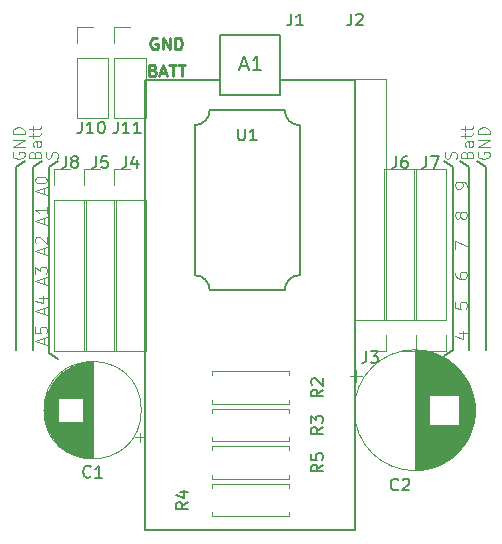
<source format=gto>
G04 #@! TF.GenerationSoftware,KiCad,Pcbnew,(5.0.0)*
G04 #@! TF.CreationDate,2020-01-07T10:02:11+01:00*
G04 #@! TF.ProjectId,Pacifistabot-ESP-01s,506163696669737461626F742D455350,rev?*
G04 #@! TF.SameCoordinates,Original*
G04 #@! TF.FileFunction,Legend,Top*
G04 #@! TF.FilePolarity,Positive*
%FSLAX46Y46*%
G04 Gerber Fmt 4.6, Leading zero omitted, Abs format (unit mm)*
G04 Created by KiCad (PCBNEW (5.0.0)) date 01/07/20 10:02:11*
%MOMM*%
%LPD*%
G01*
G04 APERTURE LIST*
%ADD10C,0.125000*%
%ADD11C,0.200000*%
%ADD12C,0.250000*%
%ADD13C,0.150000*%
%ADD14C,0.120000*%
G04 APERTURE END LIST*
D10*
X105672000Y-107695904D02*
X105624380Y-107791142D01*
X105624380Y-107934000D01*
X105672000Y-108076857D01*
X105767238Y-108172095D01*
X105862476Y-108219714D01*
X106052952Y-108267333D01*
X106195809Y-108267333D01*
X106386285Y-108219714D01*
X106481523Y-108172095D01*
X106576761Y-108076857D01*
X106624380Y-107934000D01*
X106624380Y-107838761D01*
X106576761Y-107695904D01*
X106529142Y-107648285D01*
X106195809Y-107648285D01*
X106195809Y-107838761D01*
X106624380Y-107219714D02*
X105624380Y-107219714D01*
X106624380Y-106648285D01*
X105624380Y-106648285D01*
X106624380Y-106172095D02*
X105624380Y-106172095D01*
X105624380Y-105934000D01*
X105672000Y-105791142D01*
X105767238Y-105695904D01*
X105862476Y-105648285D01*
X106052952Y-105600666D01*
X106195809Y-105600666D01*
X106386285Y-105648285D01*
X106481523Y-105695904D01*
X106576761Y-105791142D01*
X106624380Y-105934000D01*
X106624380Y-106172095D01*
X104703571Y-107886380D02*
X104751190Y-107743523D01*
X104798809Y-107695904D01*
X104894047Y-107648285D01*
X105036904Y-107648285D01*
X105132142Y-107695904D01*
X105179761Y-107743523D01*
X105227380Y-107838761D01*
X105227380Y-108219714D01*
X104227380Y-108219714D01*
X104227380Y-107886380D01*
X104275000Y-107791142D01*
X104322619Y-107743523D01*
X104417857Y-107695904D01*
X104513095Y-107695904D01*
X104608333Y-107743523D01*
X104655952Y-107791142D01*
X104703571Y-107886380D01*
X104703571Y-108219714D01*
X105227380Y-106791142D02*
X104703571Y-106791142D01*
X104608333Y-106838761D01*
X104560714Y-106934000D01*
X104560714Y-107124476D01*
X104608333Y-107219714D01*
X105179761Y-106791142D02*
X105227380Y-106886380D01*
X105227380Y-107124476D01*
X105179761Y-107219714D01*
X105084523Y-107267333D01*
X104989285Y-107267333D01*
X104894047Y-107219714D01*
X104846428Y-107124476D01*
X104846428Y-106886380D01*
X104798809Y-106791142D01*
X104560714Y-106457809D02*
X104560714Y-106076857D01*
X104227380Y-106314952D02*
X105084523Y-106314952D01*
X105179761Y-106267333D01*
X105227380Y-106172095D01*
X105227380Y-106076857D01*
X104560714Y-105886380D02*
X104560714Y-105505428D01*
X104227380Y-105743523D02*
X105084523Y-105743523D01*
X105179761Y-105695904D01*
X105227380Y-105600666D01*
X105227380Y-105505428D01*
X103782761Y-108235714D02*
X103830380Y-108092857D01*
X103830380Y-107854761D01*
X103782761Y-107759523D01*
X103735142Y-107711904D01*
X103639904Y-107664285D01*
X103544666Y-107664285D01*
X103449428Y-107711904D01*
X103401809Y-107759523D01*
X103354190Y-107854761D01*
X103306571Y-108045238D01*
X103258952Y-108140476D01*
X103211333Y-108188095D01*
X103116095Y-108235714D01*
X103020857Y-108235714D01*
X102925619Y-108188095D01*
X102878000Y-108140476D01*
X102830380Y-108045238D01*
X102830380Y-107807142D01*
X102878000Y-107664285D01*
D11*
X106299000Y-108966000D02*
X106299000Y-124460000D01*
X105537000Y-108458000D02*
X106299000Y-108966000D01*
X104140000Y-108458000D02*
X104902000Y-108966000D01*
X104902000Y-108966000D02*
X104902000Y-124460000D01*
D10*
X104052714Y-122999523D02*
X104719380Y-122999523D01*
X103671761Y-123237619D02*
X104386047Y-123475714D01*
X104386047Y-122856666D01*
X103719380Y-120411904D02*
X103719380Y-120888095D01*
X104195571Y-120935714D01*
X104147952Y-120888095D01*
X104100333Y-120792857D01*
X104100333Y-120554761D01*
X104147952Y-120459523D01*
X104195571Y-120411904D01*
X104290809Y-120364285D01*
X104528904Y-120364285D01*
X104624142Y-120411904D01*
X104671761Y-120459523D01*
X104719380Y-120554761D01*
X104719380Y-120792857D01*
X104671761Y-120888095D01*
X104624142Y-120935714D01*
X103719380Y-117919523D02*
X103719380Y-118110000D01*
X103767000Y-118205238D01*
X103814619Y-118252857D01*
X103957476Y-118348095D01*
X104147952Y-118395714D01*
X104528904Y-118395714D01*
X104624142Y-118348095D01*
X104671761Y-118300476D01*
X104719380Y-118205238D01*
X104719380Y-118014761D01*
X104671761Y-117919523D01*
X104624142Y-117871904D01*
X104528904Y-117824285D01*
X104290809Y-117824285D01*
X104195571Y-117871904D01*
X104147952Y-117919523D01*
X104100333Y-118014761D01*
X104100333Y-118205238D01*
X104147952Y-118300476D01*
X104195571Y-118348095D01*
X104290809Y-118395714D01*
X103719380Y-115903333D02*
X103719380Y-115236666D01*
X104719380Y-115665238D01*
X104147952Y-113125238D02*
X104100333Y-113220476D01*
X104052714Y-113268095D01*
X103957476Y-113315714D01*
X103909857Y-113315714D01*
X103814619Y-113268095D01*
X103767000Y-113220476D01*
X103719380Y-113125238D01*
X103719380Y-112934761D01*
X103767000Y-112839523D01*
X103814619Y-112791904D01*
X103909857Y-112744285D01*
X103957476Y-112744285D01*
X104052714Y-112791904D01*
X104100333Y-112839523D01*
X104147952Y-112934761D01*
X104147952Y-113125238D01*
X104195571Y-113220476D01*
X104243190Y-113268095D01*
X104338428Y-113315714D01*
X104528904Y-113315714D01*
X104624142Y-113268095D01*
X104671761Y-113220476D01*
X104719380Y-113125238D01*
X104719380Y-112934761D01*
X104671761Y-112839523D01*
X104624142Y-112791904D01*
X104528904Y-112744285D01*
X104338428Y-112744285D01*
X104243190Y-112791904D01*
X104195571Y-112839523D01*
X104147952Y-112934761D01*
X104719380Y-110680476D02*
X104719380Y-110490000D01*
X104671761Y-110394761D01*
X104624142Y-110347142D01*
X104481285Y-110251904D01*
X104290809Y-110204285D01*
X103909857Y-110204285D01*
X103814619Y-110251904D01*
X103767000Y-110299523D01*
X103719380Y-110394761D01*
X103719380Y-110585238D01*
X103767000Y-110680476D01*
X103814619Y-110728095D01*
X103909857Y-110775714D01*
X104147952Y-110775714D01*
X104243190Y-110728095D01*
X104290809Y-110680476D01*
X104338428Y-110585238D01*
X104338428Y-110394761D01*
X104290809Y-110299523D01*
X104243190Y-110251904D01*
X104147952Y-110204285D01*
D11*
X102743000Y-108458000D02*
X103505000Y-108966000D01*
X103505000Y-108966000D02*
X103505000Y-124460000D01*
X103505000Y-124460000D02*
X102743000Y-124968000D01*
D10*
X66302000Y-107695904D02*
X66254380Y-107791142D01*
X66254380Y-107934000D01*
X66302000Y-108076857D01*
X66397238Y-108172095D01*
X66492476Y-108219714D01*
X66682952Y-108267333D01*
X66825809Y-108267333D01*
X67016285Y-108219714D01*
X67111523Y-108172095D01*
X67206761Y-108076857D01*
X67254380Y-107934000D01*
X67254380Y-107838761D01*
X67206761Y-107695904D01*
X67159142Y-107648285D01*
X66825809Y-107648285D01*
X66825809Y-107838761D01*
X67254380Y-107219714D02*
X66254380Y-107219714D01*
X67254380Y-106648285D01*
X66254380Y-106648285D01*
X67254380Y-106172095D02*
X66254380Y-106172095D01*
X66254380Y-105934000D01*
X66302000Y-105791142D01*
X66397238Y-105695904D01*
X66492476Y-105648285D01*
X66682952Y-105600666D01*
X66825809Y-105600666D01*
X67016285Y-105648285D01*
X67111523Y-105695904D01*
X67206761Y-105791142D01*
X67254380Y-105934000D01*
X67254380Y-106172095D01*
X68127571Y-107886380D02*
X68175190Y-107743523D01*
X68222809Y-107695904D01*
X68318047Y-107648285D01*
X68460904Y-107648285D01*
X68556142Y-107695904D01*
X68603761Y-107743523D01*
X68651380Y-107838761D01*
X68651380Y-108219714D01*
X67651380Y-108219714D01*
X67651380Y-107886380D01*
X67699000Y-107791142D01*
X67746619Y-107743523D01*
X67841857Y-107695904D01*
X67937095Y-107695904D01*
X68032333Y-107743523D01*
X68079952Y-107791142D01*
X68127571Y-107886380D01*
X68127571Y-108219714D01*
X68651380Y-106791142D02*
X68127571Y-106791142D01*
X68032333Y-106838761D01*
X67984714Y-106934000D01*
X67984714Y-107124476D01*
X68032333Y-107219714D01*
X68603761Y-106791142D02*
X68651380Y-106886380D01*
X68651380Y-107124476D01*
X68603761Y-107219714D01*
X68508523Y-107267333D01*
X68413285Y-107267333D01*
X68318047Y-107219714D01*
X68270428Y-107124476D01*
X68270428Y-106886380D01*
X68222809Y-106791142D01*
X67984714Y-106457809D02*
X67984714Y-106076857D01*
X67651380Y-106314952D02*
X68508523Y-106314952D01*
X68603761Y-106267333D01*
X68651380Y-106172095D01*
X68651380Y-106076857D01*
X67984714Y-105886380D02*
X67984714Y-105505428D01*
X67651380Y-105743523D02*
X68508523Y-105743523D01*
X68603761Y-105695904D01*
X68651380Y-105600666D01*
X68651380Y-105505428D01*
X70000761Y-108235714D02*
X70048380Y-108092857D01*
X70048380Y-107854761D01*
X70000761Y-107759523D01*
X69953142Y-107711904D01*
X69857904Y-107664285D01*
X69762666Y-107664285D01*
X69667428Y-107711904D01*
X69619809Y-107759523D01*
X69572190Y-107854761D01*
X69524571Y-108045238D01*
X69476952Y-108140476D01*
X69429333Y-108188095D01*
X69334095Y-108235714D01*
X69238857Y-108235714D01*
X69143619Y-108188095D01*
X69096000Y-108140476D01*
X69048380Y-108045238D01*
X69048380Y-107807142D01*
X69096000Y-107664285D01*
D11*
X66548000Y-108966000D02*
X66548000Y-124460000D01*
X67310000Y-108458000D02*
X66548000Y-108966000D01*
X68707000Y-108458000D02*
X67945000Y-108966000D01*
X67945000Y-108966000D02*
X67945000Y-124460000D01*
D10*
X68873666Y-123904285D02*
X68873666Y-123428095D01*
X69159380Y-123999523D02*
X68159380Y-123666190D01*
X69159380Y-123332857D01*
X68159380Y-122523333D02*
X68159380Y-122999523D01*
X68635571Y-123047142D01*
X68587952Y-122999523D01*
X68540333Y-122904285D01*
X68540333Y-122666190D01*
X68587952Y-122570952D01*
X68635571Y-122523333D01*
X68730809Y-122475714D01*
X68968904Y-122475714D01*
X69064142Y-122523333D01*
X69111761Y-122570952D01*
X69159380Y-122666190D01*
X69159380Y-122904285D01*
X69111761Y-122999523D01*
X69064142Y-123047142D01*
X68873666Y-121364285D02*
X68873666Y-120888095D01*
X69159380Y-121459523D02*
X68159380Y-121126190D01*
X69159380Y-120792857D01*
X68492714Y-120030952D02*
X69159380Y-120030952D01*
X68111761Y-120269047D02*
X68826047Y-120507142D01*
X68826047Y-119888095D01*
X68873666Y-118824285D02*
X68873666Y-118348095D01*
X69159380Y-118919523D02*
X68159380Y-118586190D01*
X69159380Y-118252857D01*
X68159380Y-118014761D02*
X68159380Y-117395714D01*
X68540333Y-117729047D01*
X68540333Y-117586190D01*
X68587952Y-117490952D01*
X68635571Y-117443333D01*
X68730809Y-117395714D01*
X68968904Y-117395714D01*
X69064142Y-117443333D01*
X69111761Y-117490952D01*
X69159380Y-117586190D01*
X69159380Y-117871904D01*
X69111761Y-117967142D01*
X69064142Y-118014761D01*
X68873666Y-116284285D02*
X68873666Y-115808095D01*
X69159380Y-116379523D02*
X68159380Y-116046190D01*
X69159380Y-115712857D01*
X68254619Y-115427142D02*
X68207000Y-115379523D01*
X68159380Y-115284285D01*
X68159380Y-115046190D01*
X68207000Y-114950952D01*
X68254619Y-114903333D01*
X68349857Y-114855714D01*
X68445095Y-114855714D01*
X68587952Y-114903333D01*
X69159380Y-115474761D01*
X69159380Y-114855714D01*
X68873666Y-113744285D02*
X68873666Y-113268095D01*
X69159380Y-113839523D02*
X68159380Y-113506190D01*
X69159380Y-113172857D01*
X69159380Y-112315714D02*
X69159380Y-112887142D01*
X69159380Y-112601428D02*
X68159380Y-112601428D01*
X68302238Y-112696666D01*
X68397476Y-112791904D01*
X68445095Y-112887142D01*
X68873666Y-111204285D02*
X68873666Y-110728095D01*
X69159380Y-111299523D02*
X68159380Y-110966190D01*
X69159380Y-110632857D01*
X68159380Y-110109047D02*
X68159380Y-110013809D01*
X68207000Y-109918571D01*
X68254619Y-109870952D01*
X68349857Y-109823333D01*
X68540333Y-109775714D01*
X68778428Y-109775714D01*
X68968904Y-109823333D01*
X69064142Y-109870952D01*
X69111761Y-109918571D01*
X69159380Y-110013809D01*
X69159380Y-110109047D01*
X69111761Y-110204285D01*
X69064142Y-110251904D01*
X68968904Y-110299523D01*
X68778428Y-110347142D01*
X68540333Y-110347142D01*
X68349857Y-110299523D01*
X68254619Y-110251904D01*
X68207000Y-110204285D01*
X68159380Y-110109047D01*
D11*
X69342000Y-124714000D02*
X70104000Y-125222000D01*
X69342000Y-124460000D02*
X69342000Y-124714000D01*
X69342000Y-108966000D02*
X69342000Y-124460000D01*
X70104000Y-108458000D02*
X69342000Y-108966000D01*
D12*
X78128952Y-100766571D02*
X78271809Y-100814190D01*
X78319428Y-100861809D01*
X78367047Y-100957047D01*
X78367047Y-101099904D01*
X78319428Y-101195142D01*
X78271809Y-101242761D01*
X78176571Y-101290380D01*
X77795619Y-101290380D01*
X77795619Y-100290380D01*
X78128952Y-100290380D01*
X78224190Y-100338000D01*
X78271809Y-100385619D01*
X78319428Y-100480857D01*
X78319428Y-100576095D01*
X78271809Y-100671333D01*
X78224190Y-100718952D01*
X78128952Y-100766571D01*
X77795619Y-100766571D01*
X78748000Y-101004666D02*
X79224190Y-101004666D01*
X78652761Y-101290380D02*
X78986095Y-100290380D01*
X79319428Y-101290380D01*
X79509904Y-100290380D02*
X80081333Y-100290380D01*
X79795619Y-101290380D02*
X79795619Y-100290380D01*
X80271809Y-100290380D02*
X80843238Y-100290380D01*
X80557523Y-101290380D02*
X80557523Y-100290380D01*
X78486095Y-98052000D02*
X78390857Y-98004380D01*
X78248000Y-98004380D01*
X78105142Y-98052000D01*
X78009904Y-98147238D01*
X77962285Y-98242476D01*
X77914666Y-98432952D01*
X77914666Y-98575809D01*
X77962285Y-98766285D01*
X78009904Y-98861523D01*
X78105142Y-98956761D01*
X78248000Y-99004380D01*
X78343238Y-99004380D01*
X78486095Y-98956761D01*
X78533714Y-98909142D01*
X78533714Y-98575809D01*
X78343238Y-98575809D01*
X78962285Y-99004380D02*
X78962285Y-98004380D01*
X79533714Y-99004380D01*
X79533714Y-98004380D01*
X80009904Y-99004380D02*
X80009904Y-98004380D01*
X80248000Y-98004380D01*
X80390857Y-98052000D01*
X80486095Y-98147238D01*
X80533714Y-98242476D01*
X80581333Y-98432952D01*
X80581333Y-98575809D01*
X80533714Y-98766285D01*
X80486095Y-98861523D01*
X80390857Y-98956761D01*
X80248000Y-99004380D01*
X80009904Y-99004380D01*
D13*
G04 #@! TO.C,A1*
X77470000Y-101600000D02*
X77470000Y-139700000D01*
X95250000Y-139700000D02*
X95250000Y-101600000D01*
X77470000Y-139700000D02*
X95250000Y-139700000D01*
X83820000Y-102870000D02*
X83820000Y-97790000D01*
X88900000Y-102870000D02*
X83820000Y-102870000D01*
X88900000Y-97790000D02*
X88900000Y-102870000D01*
X83820000Y-97790000D02*
X88900000Y-97790000D01*
X77470000Y-101600000D02*
X83820000Y-101600000D01*
X88900000Y-101600000D02*
X95250000Y-101600000D01*
D14*
G04 #@! TO.C,C1*
X77140000Y-129540000D02*
G75*
G03X77140000Y-129540000I-4120000J0D01*
G01*
X73020000Y-133620000D02*
X73020000Y-125460000D01*
X72980000Y-133620000D02*
X72980000Y-125460000D01*
X72940000Y-133620000D02*
X72940000Y-125460000D01*
X72900000Y-133619000D02*
X72900000Y-125461000D01*
X72860000Y-133617000D02*
X72860000Y-125463000D01*
X72820000Y-133616000D02*
X72820000Y-125464000D01*
X72780000Y-133614000D02*
X72780000Y-125466000D01*
X72740000Y-133611000D02*
X72740000Y-125469000D01*
X72700000Y-133608000D02*
X72700000Y-125472000D01*
X72660000Y-133605000D02*
X72660000Y-125475000D01*
X72620000Y-133601000D02*
X72620000Y-125479000D01*
X72580000Y-133597000D02*
X72580000Y-125483000D01*
X72540000Y-133592000D02*
X72540000Y-125488000D01*
X72500000Y-133588000D02*
X72500000Y-125492000D01*
X72460000Y-133582000D02*
X72460000Y-125498000D01*
X72420000Y-133577000D02*
X72420000Y-125503000D01*
X72380000Y-133570000D02*
X72380000Y-125510000D01*
X72340000Y-133564000D02*
X72340000Y-125516000D01*
X72299000Y-133557000D02*
X72299000Y-125523000D01*
X72259000Y-133550000D02*
X72259000Y-125530000D01*
X72219000Y-133542000D02*
X72219000Y-125538000D01*
X72179000Y-133534000D02*
X72179000Y-125546000D01*
X72139000Y-133525000D02*
X72139000Y-130580000D01*
X72139000Y-128500000D02*
X72139000Y-125555000D01*
X72099000Y-133516000D02*
X72099000Y-130580000D01*
X72099000Y-128500000D02*
X72099000Y-125564000D01*
X72059000Y-133507000D02*
X72059000Y-130580000D01*
X72059000Y-128500000D02*
X72059000Y-125573000D01*
X72019000Y-133497000D02*
X72019000Y-130580000D01*
X72019000Y-128500000D02*
X72019000Y-125583000D01*
X71979000Y-133487000D02*
X71979000Y-130580000D01*
X71979000Y-128500000D02*
X71979000Y-125593000D01*
X71939000Y-133476000D02*
X71939000Y-130580000D01*
X71939000Y-128500000D02*
X71939000Y-125604000D01*
X71899000Y-133465000D02*
X71899000Y-130580000D01*
X71899000Y-128500000D02*
X71899000Y-125615000D01*
X71859000Y-133454000D02*
X71859000Y-130580000D01*
X71859000Y-128500000D02*
X71859000Y-125626000D01*
X71819000Y-133442000D02*
X71819000Y-130580000D01*
X71819000Y-128500000D02*
X71819000Y-125638000D01*
X71779000Y-133429000D02*
X71779000Y-130580000D01*
X71779000Y-128500000D02*
X71779000Y-125651000D01*
X71739000Y-133417000D02*
X71739000Y-130580000D01*
X71739000Y-128500000D02*
X71739000Y-125663000D01*
X71699000Y-133403000D02*
X71699000Y-130580000D01*
X71699000Y-128500000D02*
X71699000Y-125677000D01*
X71659000Y-133390000D02*
X71659000Y-130580000D01*
X71659000Y-128500000D02*
X71659000Y-125690000D01*
X71619000Y-133375000D02*
X71619000Y-130580000D01*
X71619000Y-128500000D02*
X71619000Y-125705000D01*
X71579000Y-133361000D02*
X71579000Y-130580000D01*
X71579000Y-128500000D02*
X71579000Y-125719000D01*
X71539000Y-133345000D02*
X71539000Y-130580000D01*
X71539000Y-128500000D02*
X71539000Y-125735000D01*
X71499000Y-133330000D02*
X71499000Y-130580000D01*
X71499000Y-128500000D02*
X71499000Y-125750000D01*
X71459000Y-133314000D02*
X71459000Y-130580000D01*
X71459000Y-128500000D02*
X71459000Y-125766000D01*
X71419000Y-133297000D02*
X71419000Y-130580000D01*
X71419000Y-128500000D02*
X71419000Y-125783000D01*
X71379000Y-133280000D02*
X71379000Y-130580000D01*
X71379000Y-128500000D02*
X71379000Y-125800000D01*
X71339000Y-133262000D02*
X71339000Y-130580000D01*
X71339000Y-128500000D02*
X71339000Y-125818000D01*
X71299000Y-133244000D02*
X71299000Y-130580000D01*
X71299000Y-128500000D02*
X71299000Y-125836000D01*
X71259000Y-133226000D02*
X71259000Y-130580000D01*
X71259000Y-128500000D02*
X71259000Y-125854000D01*
X71219000Y-133206000D02*
X71219000Y-130580000D01*
X71219000Y-128500000D02*
X71219000Y-125874000D01*
X71179000Y-133187000D02*
X71179000Y-130580000D01*
X71179000Y-128500000D02*
X71179000Y-125893000D01*
X71139000Y-133167000D02*
X71139000Y-130580000D01*
X71139000Y-128500000D02*
X71139000Y-125913000D01*
X71099000Y-133146000D02*
X71099000Y-130580000D01*
X71099000Y-128500000D02*
X71099000Y-125934000D01*
X71059000Y-133124000D02*
X71059000Y-130580000D01*
X71059000Y-128500000D02*
X71059000Y-125956000D01*
X71019000Y-133102000D02*
X71019000Y-130580000D01*
X71019000Y-128500000D02*
X71019000Y-125978000D01*
X70979000Y-133080000D02*
X70979000Y-130580000D01*
X70979000Y-128500000D02*
X70979000Y-126000000D01*
X70939000Y-133057000D02*
X70939000Y-130580000D01*
X70939000Y-128500000D02*
X70939000Y-126023000D01*
X70899000Y-133033000D02*
X70899000Y-130580000D01*
X70899000Y-128500000D02*
X70899000Y-126047000D01*
X70859000Y-133009000D02*
X70859000Y-130580000D01*
X70859000Y-128500000D02*
X70859000Y-126071000D01*
X70819000Y-132984000D02*
X70819000Y-130580000D01*
X70819000Y-128500000D02*
X70819000Y-126096000D01*
X70779000Y-132958000D02*
X70779000Y-130580000D01*
X70779000Y-128500000D02*
X70779000Y-126122000D01*
X70739000Y-132932000D02*
X70739000Y-130580000D01*
X70739000Y-128500000D02*
X70739000Y-126148000D01*
X70699000Y-132905000D02*
X70699000Y-130580000D01*
X70699000Y-128500000D02*
X70699000Y-126175000D01*
X70659000Y-132878000D02*
X70659000Y-130580000D01*
X70659000Y-128500000D02*
X70659000Y-126202000D01*
X70619000Y-132849000D02*
X70619000Y-130580000D01*
X70619000Y-128500000D02*
X70619000Y-126231000D01*
X70579000Y-132820000D02*
X70579000Y-130580000D01*
X70579000Y-128500000D02*
X70579000Y-126260000D01*
X70539000Y-132790000D02*
X70539000Y-130580000D01*
X70539000Y-128500000D02*
X70539000Y-126290000D01*
X70499000Y-132760000D02*
X70499000Y-130580000D01*
X70499000Y-128500000D02*
X70499000Y-126320000D01*
X70459000Y-132729000D02*
X70459000Y-130580000D01*
X70459000Y-128500000D02*
X70459000Y-126351000D01*
X70419000Y-132696000D02*
X70419000Y-130580000D01*
X70419000Y-128500000D02*
X70419000Y-126384000D01*
X70379000Y-132664000D02*
X70379000Y-130580000D01*
X70379000Y-128500000D02*
X70379000Y-126416000D01*
X70339000Y-132630000D02*
X70339000Y-130580000D01*
X70339000Y-128500000D02*
X70339000Y-126450000D01*
X70299000Y-132595000D02*
X70299000Y-130580000D01*
X70299000Y-128500000D02*
X70299000Y-126485000D01*
X70259000Y-132559000D02*
X70259000Y-130580000D01*
X70259000Y-128500000D02*
X70259000Y-126521000D01*
X70219000Y-132523000D02*
X70219000Y-130580000D01*
X70219000Y-128500000D02*
X70219000Y-126557000D01*
X70179000Y-132485000D02*
X70179000Y-130580000D01*
X70179000Y-128500000D02*
X70179000Y-126595000D01*
X70139000Y-132447000D02*
X70139000Y-130580000D01*
X70139000Y-128500000D02*
X70139000Y-126633000D01*
X70099000Y-132407000D02*
X70099000Y-130580000D01*
X70099000Y-128500000D02*
X70099000Y-126673000D01*
X70059000Y-132366000D02*
X70059000Y-126714000D01*
X70019000Y-132324000D02*
X70019000Y-126756000D01*
X69979000Y-132281000D02*
X69979000Y-126799000D01*
X69939000Y-132237000D02*
X69939000Y-126843000D01*
X69899000Y-132191000D02*
X69899000Y-126889000D01*
X69859000Y-132144000D02*
X69859000Y-126936000D01*
X69819000Y-132096000D02*
X69819000Y-126984000D01*
X69779000Y-132045000D02*
X69779000Y-127035000D01*
X69739000Y-131994000D02*
X69739000Y-127086000D01*
X69699000Y-131940000D02*
X69699000Y-127140000D01*
X69659000Y-131885000D02*
X69659000Y-127195000D01*
X69619000Y-131827000D02*
X69619000Y-127253000D01*
X69579000Y-131768000D02*
X69579000Y-127312000D01*
X69539000Y-131706000D02*
X69539000Y-127374000D01*
X69499000Y-131642000D02*
X69499000Y-127438000D01*
X69459000Y-131574000D02*
X69459000Y-127506000D01*
X69419000Y-131504000D02*
X69419000Y-127576000D01*
X69379000Y-131430000D02*
X69379000Y-127650000D01*
X69339000Y-131353000D02*
X69339000Y-127727000D01*
X69299000Y-131271000D02*
X69299000Y-127809000D01*
X69259000Y-131185000D02*
X69259000Y-127895000D01*
X69219000Y-131092000D02*
X69219000Y-127988000D01*
X69179000Y-130993000D02*
X69179000Y-128087000D01*
X69139000Y-130886000D02*
X69139000Y-128194000D01*
X69099000Y-130769000D02*
X69099000Y-128311000D01*
X69059000Y-130638000D02*
X69059000Y-128442000D01*
X69019000Y-130488000D02*
X69019000Y-128592000D01*
X68979000Y-130308000D02*
X68979000Y-128772000D01*
X68939000Y-130073000D02*
X68939000Y-129007000D01*
X77429698Y-131855000D02*
X76629698Y-131855000D01*
X77029698Y-132255000D02*
X77029698Y-131455000D01*
G04 #@! TO.C,C2*
X105410000Y-129540000D02*
G75*
G03X105410000Y-129540000I-5120000J0D01*
G01*
X100290000Y-124460000D02*
X100290000Y-134620000D01*
X100330000Y-124460000D02*
X100330000Y-134620000D01*
X100370000Y-124460000D02*
X100370000Y-134620000D01*
X100410000Y-124461000D02*
X100410000Y-134619000D01*
X100450000Y-124462000D02*
X100450000Y-134618000D01*
X100490000Y-124463000D02*
X100490000Y-134617000D01*
X100530000Y-124465000D02*
X100530000Y-134615000D01*
X100570000Y-124467000D02*
X100570000Y-134613000D01*
X100610000Y-124470000D02*
X100610000Y-134610000D01*
X100650000Y-124472000D02*
X100650000Y-134608000D01*
X100690000Y-124475000D02*
X100690000Y-134605000D01*
X100730000Y-124478000D02*
X100730000Y-134602000D01*
X100770000Y-124482000D02*
X100770000Y-134598000D01*
X100810000Y-124486000D02*
X100810000Y-134594000D01*
X100850000Y-124490000D02*
X100850000Y-134590000D01*
X100890000Y-124495000D02*
X100890000Y-134585000D01*
X100930000Y-124500000D02*
X100930000Y-134580000D01*
X100970000Y-124505000D02*
X100970000Y-134575000D01*
X101011000Y-124510000D02*
X101011000Y-134570000D01*
X101051000Y-124516000D02*
X101051000Y-134564000D01*
X101091000Y-124522000D02*
X101091000Y-134558000D01*
X101131000Y-124529000D02*
X101131000Y-134551000D01*
X101171000Y-124536000D02*
X101171000Y-134544000D01*
X101211000Y-124543000D02*
X101211000Y-134537000D01*
X101251000Y-124550000D02*
X101251000Y-134530000D01*
X101291000Y-124558000D02*
X101291000Y-134522000D01*
X101331000Y-124566000D02*
X101331000Y-134514000D01*
X101371000Y-124575000D02*
X101371000Y-134505000D01*
X101411000Y-124584000D02*
X101411000Y-134496000D01*
X101451000Y-124593000D02*
X101451000Y-134487000D01*
X101491000Y-124602000D02*
X101491000Y-134478000D01*
X101531000Y-124612000D02*
X101531000Y-134468000D01*
X101571000Y-124622000D02*
X101571000Y-128299000D01*
X101571000Y-130781000D02*
X101571000Y-134458000D01*
X101611000Y-124633000D02*
X101611000Y-128299000D01*
X101611000Y-130781000D02*
X101611000Y-134447000D01*
X101651000Y-124643000D02*
X101651000Y-128299000D01*
X101651000Y-130781000D02*
X101651000Y-134437000D01*
X101691000Y-124655000D02*
X101691000Y-128299000D01*
X101691000Y-130781000D02*
X101691000Y-134425000D01*
X101731000Y-124666000D02*
X101731000Y-128299000D01*
X101731000Y-130781000D02*
X101731000Y-134414000D01*
X101771000Y-124678000D02*
X101771000Y-128299000D01*
X101771000Y-130781000D02*
X101771000Y-134402000D01*
X101811000Y-124690000D02*
X101811000Y-128299000D01*
X101811000Y-130781000D02*
X101811000Y-134390000D01*
X101851000Y-124703000D02*
X101851000Y-128299000D01*
X101851000Y-130781000D02*
X101851000Y-134377000D01*
X101891000Y-124716000D02*
X101891000Y-128299000D01*
X101891000Y-130781000D02*
X101891000Y-134364000D01*
X101931000Y-124729000D02*
X101931000Y-128299000D01*
X101931000Y-130781000D02*
X101931000Y-134351000D01*
X101971000Y-124743000D02*
X101971000Y-128299000D01*
X101971000Y-130781000D02*
X101971000Y-134337000D01*
X102011000Y-124757000D02*
X102011000Y-128299000D01*
X102011000Y-130781000D02*
X102011000Y-134323000D01*
X102051000Y-124772000D02*
X102051000Y-128299000D01*
X102051000Y-130781000D02*
X102051000Y-134308000D01*
X102091000Y-124786000D02*
X102091000Y-128299000D01*
X102091000Y-130781000D02*
X102091000Y-134294000D01*
X102131000Y-124802000D02*
X102131000Y-128299000D01*
X102131000Y-130781000D02*
X102131000Y-134278000D01*
X102171000Y-124817000D02*
X102171000Y-128299000D01*
X102171000Y-130781000D02*
X102171000Y-134263000D01*
X102211000Y-124833000D02*
X102211000Y-128299000D01*
X102211000Y-130781000D02*
X102211000Y-134247000D01*
X102251000Y-124850000D02*
X102251000Y-128299000D01*
X102251000Y-130781000D02*
X102251000Y-134230000D01*
X102291000Y-124866000D02*
X102291000Y-128299000D01*
X102291000Y-130781000D02*
X102291000Y-134214000D01*
X102331000Y-124883000D02*
X102331000Y-128299000D01*
X102331000Y-130781000D02*
X102331000Y-134197000D01*
X102371000Y-124901000D02*
X102371000Y-128299000D01*
X102371000Y-130781000D02*
X102371000Y-134179000D01*
X102411000Y-124919000D02*
X102411000Y-128299000D01*
X102411000Y-130781000D02*
X102411000Y-134161000D01*
X102451000Y-124937000D02*
X102451000Y-128299000D01*
X102451000Y-130781000D02*
X102451000Y-134143000D01*
X102491000Y-124956000D02*
X102491000Y-128299000D01*
X102491000Y-130781000D02*
X102491000Y-134124000D01*
X102531000Y-124976000D02*
X102531000Y-128299000D01*
X102531000Y-130781000D02*
X102531000Y-134104000D01*
X102571000Y-124995000D02*
X102571000Y-128299000D01*
X102571000Y-130781000D02*
X102571000Y-134085000D01*
X102611000Y-125015000D02*
X102611000Y-128299000D01*
X102611000Y-130781000D02*
X102611000Y-134065000D01*
X102651000Y-125036000D02*
X102651000Y-128299000D01*
X102651000Y-130781000D02*
X102651000Y-134044000D01*
X102691000Y-125057000D02*
X102691000Y-128299000D01*
X102691000Y-130781000D02*
X102691000Y-134023000D01*
X102731000Y-125078000D02*
X102731000Y-128299000D01*
X102731000Y-130781000D02*
X102731000Y-134002000D01*
X102771000Y-125100000D02*
X102771000Y-128299000D01*
X102771000Y-130781000D02*
X102771000Y-133980000D01*
X102811000Y-125123000D02*
X102811000Y-128299000D01*
X102811000Y-130781000D02*
X102811000Y-133957000D01*
X102851000Y-125145000D02*
X102851000Y-128299000D01*
X102851000Y-130781000D02*
X102851000Y-133935000D01*
X102891000Y-125169000D02*
X102891000Y-128299000D01*
X102891000Y-130781000D02*
X102891000Y-133911000D01*
X102931000Y-125193000D02*
X102931000Y-128299000D01*
X102931000Y-130781000D02*
X102931000Y-133887000D01*
X102971000Y-125217000D02*
X102971000Y-128299000D01*
X102971000Y-130781000D02*
X102971000Y-133863000D01*
X103011000Y-125242000D02*
X103011000Y-128299000D01*
X103011000Y-130781000D02*
X103011000Y-133838000D01*
X103051000Y-125267000D02*
X103051000Y-128299000D01*
X103051000Y-130781000D02*
X103051000Y-133813000D01*
X103091000Y-125293000D02*
X103091000Y-128299000D01*
X103091000Y-130781000D02*
X103091000Y-133787000D01*
X103131000Y-125319000D02*
X103131000Y-128299000D01*
X103131000Y-130781000D02*
X103131000Y-133761000D01*
X103171000Y-125346000D02*
X103171000Y-128299000D01*
X103171000Y-130781000D02*
X103171000Y-133734000D01*
X103211000Y-125374000D02*
X103211000Y-128299000D01*
X103211000Y-130781000D02*
X103211000Y-133706000D01*
X103251000Y-125402000D02*
X103251000Y-128299000D01*
X103251000Y-130781000D02*
X103251000Y-133678000D01*
X103291000Y-125430000D02*
X103291000Y-128299000D01*
X103291000Y-130781000D02*
X103291000Y-133650000D01*
X103331000Y-125460000D02*
X103331000Y-128299000D01*
X103331000Y-130781000D02*
X103331000Y-133620000D01*
X103371000Y-125490000D02*
X103371000Y-128299000D01*
X103371000Y-130781000D02*
X103371000Y-133590000D01*
X103411000Y-125520000D02*
X103411000Y-128299000D01*
X103411000Y-130781000D02*
X103411000Y-133560000D01*
X103451000Y-125551000D02*
X103451000Y-128299000D01*
X103451000Y-130781000D02*
X103451000Y-133529000D01*
X103491000Y-125583000D02*
X103491000Y-128299000D01*
X103491000Y-130781000D02*
X103491000Y-133497000D01*
X103531000Y-125615000D02*
X103531000Y-128299000D01*
X103531000Y-130781000D02*
X103531000Y-133465000D01*
X103571000Y-125648000D02*
X103571000Y-128299000D01*
X103571000Y-130781000D02*
X103571000Y-133432000D01*
X103611000Y-125682000D02*
X103611000Y-128299000D01*
X103611000Y-130781000D02*
X103611000Y-133398000D01*
X103651000Y-125716000D02*
X103651000Y-128299000D01*
X103651000Y-130781000D02*
X103651000Y-133364000D01*
X103691000Y-125751000D02*
X103691000Y-128299000D01*
X103691000Y-130781000D02*
X103691000Y-133329000D01*
X103731000Y-125787000D02*
X103731000Y-128299000D01*
X103731000Y-130781000D02*
X103731000Y-133293000D01*
X103771000Y-125824000D02*
X103771000Y-128299000D01*
X103771000Y-130781000D02*
X103771000Y-133256000D01*
X103811000Y-125861000D02*
X103811000Y-128299000D01*
X103811000Y-130781000D02*
X103811000Y-133219000D01*
X103851000Y-125900000D02*
X103851000Y-128299000D01*
X103851000Y-130781000D02*
X103851000Y-133180000D01*
X103891000Y-125939000D02*
X103891000Y-128299000D01*
X103891000Y-130781000D02*
X103891000Y-133141000D01*
X103931000Y-125979000D02*
X103931000Y-128299000D01*
X103931000Y-130781000D02*
X103931000Y-133101000D01*
X103971000Y-126020000D02*
X103971000Y-128299000D01*
X103971000Y-130781000D02*
X103971000Y-133060000D01*
X104011000Y-126062000D02*
X104011000Y-128299000D01*
X104011000Y-130781000D02*
X104011000Y-133018000D01*
X104051000Y-126104000D02*
X104051000Y-132976000D01*
X104091000Y-126148000D02*
X104091000Y-132932000D01*
X104131000Y-126193000D02*
X104131000Y-132887000D01*
X104171000Y-126239000D02*
X104171000Y-132841000D01*
X104211000Y-126286000D02*
X104211000Y-132794000D01*
X104251000Y-126334000D02*
X104251000Y-132746000D01*
X104291000Y-126384000D02*
X104291000Y-132696000D01*
X104331000Y-126434000D02*
X104331000Y-132646000D01*
X104371000Y-126486000D02*
X104371000Y-132594000D01*
X104411000Y-126540000D02*
X104411000Y-132540000D01*
X104451000Y-126595000D02*
X104451000Y-132485000D01*
X104491000Y-126651000D02*
X104491000Y-132429000D01*
X104531000Y-126710000D02*
X104531000Y-132370000D01*
X104571000Y-126770000D02*
X104571000Y-132310000D01*
X104611000Y-126831000D02*
X104611000Y-132249000D01*
X104651000Y-126895000D02*
X104651000Y-132185000D01*
X104691000Y-126961000D02*
X104691000Y-132119000D01*
X104731000Y-127030000D02*
X104731000Y-132050000D01*
X104771000Y-127101000D02*
X104771000Y-131979000D01*
X104811000Y-127175000D02*
X104811000Y-131905000D01*
X104851000Y-127251000D02*
X104851000Y-131829000D01*
X104891000Y-127331000D02*
X104891000Y-131749000D01*
X104931000Y-127415000D02*
X104931000Y-131665000D01*
X104971000Y-127503000D02*
X104971000Y-131577000D01*
X105011000Y-127596000D02*
X105011000Y-131484000D01*
X105051000Y-127694000D02*
X105051000Y-131386000D01*
X105091000Y-127798000D02*
X105091000Y-131282000D01*
X105131000Y-127910000D02*
X105131000Y-131170000D01*
X105171000Y-128030000D02*
X105171000Y-131050000D01*
X105211000Y-128162000D02*
X105211000Y-130918000D01*
X105251000Y-128310000D02*
X105251000Y-130770000D01*
X105291000Y-128478000D02*
X105291000Y-130602000D01*
X105331000Y-128678000D02*
X105331000Y-130402000D01*
X105371000Y-128941000D02*
X105371000Y-130139000D01*
X94810354Y-126665000D02*
X95810354Y-126665000D01*
X95310354Y-126165000D02*
X95310354Y-127165000D01*
G04 #@! TO.C,J5*
X72330000Y-109160000D02*
X73660000Y-109160000D01*
X72330000Y-110490000D02*
X72330000Y-109160000D01*
X72330000Y-111760000D02*
X74990000Y-111760000D01*
X74990000Y-111760000D02*
X74990000Y-124520000D01*
X72330000Y-111760000D02*
X72330000Y-124520000D01*
X72330000Y-124520000D02*
X74990000Y-124520000D01*
G04 #@! TO.C,J6*
X100390000Y-109160000D02*
X97730000Y-109160000D01*
X100390000Y-121920000D02*
X100390000Y-109160000D01*
X97730000Y-121920000D02*
X97730000Y-109160000D01*
X100390000Y-121920000D02*
X97730000Y-121920000D01*
X100390000Y-123190000D02*
X100390000Y-124520000D01*
X100390000Y-124520000D02*
X99060000Y-124520000D01*
G04 #@! TO.C,J7*
X102930000Y-124520000D02*
X101600000Y-124520000D01*
X102930000Y-123190000D02*
X102930000Y-124520000D01*
X102930000Y-121920000D02*
X100270000Y-121920000D01*
X100270000Y-121920000D02*
X100270000Y-109160000D01*
X102930000Y-121920000D02*
X102930000Y-109160000D01*
X102930000Y-109160000D02*
X100270000Y-109160000D01*
G04 #@! TO.C,J8*
X69790000Y-124520000D02*
X72450000Y-124520000D01*
X69790000Y-111760000D02*
X69790000Y-124520000D01*
X72450000Y-111760000D02*
X72450000Y-124520000D01*
X69790000Y-111760000D02*
X72450000Y-111760000D01*
X69790000Y-110490000D02*
X69790000Y-109160000D01*
X69790000Y-109160000D02*
X71120000Y-109160000D01*
G04 #@! TO.C,J10*
X71695000Y-97095000D02*
X73025000Y-97095000D01*
X71695000Y-98425000D02*
X71695000Y-97095000D01*
X71695000Y-99695000D02*
X74355000Y-99695000D01*
X74355000Y-99695000D02*
X74355000Y-104835000D01*
X71695000Y-99695000D02*
X71695000Y-104835000D01*
X71695000Y-104835000D02*
X74355000Y-104835000D01*
G04 #@! TO.C,R2*
X89630000Y-128675000D02*
X89630000Y-129005000D01*
X89630000Y-129005000D02*
X83090000Y-129005000D01*
X83090000Y-129005000D02*
X83090000Y-128675000D01*
X89630000Y-126595000D02*
X89630000Y-126265000D01*
X89630000Y-126265000D02*
X83090000Y-126265000D01*
X83090000Y-126265000D02*
X83090000Y-126595000D01*
G04 #@! TO.C,R3*
X83090000Y-129770000D02*
X83090000Y-129440000D01*
X83090000Y-129440000D02*
X89630000Y-129440000D01*
X89630000Y-129440000D02*
X89630000Y-129770000D01*
X83090000Y-131850000D02*
X83090000Y-132180000D01*
X83090000Y-132180000D02*
X89630000Y-132180000D01*
X89630000Y-132180000D02*
X89630000Y-131850000D01*
G04 #@! TO.C,R4*
X83090000Y-135790000D02*
X83090000Y-136120000D01*
X89630000Y-135790000D02*
X83090000Y-135790000D01*
X89630000Y-136120000D02*
X89630000Y-135790000D01*
X83090000Y-138530000D02*
X83090000Y-138200000D01*
X89630000Y-138530000D02*
X83090000Y-138530000D01*
X89630000Y-138200000D02*
X89630000Y-138530000D01*
G04 #@! TO.C,R5*
X83090000Y-132945000D02*
X83090000Y-132615000D01*
X83090000Y-132615000D02*
X89630000Y-132615000D01*
X89630000Y-132615000D02*
X89630000Y-132945000D01*
X83090000Y-135025000D02*
X83090000Y-135355000D01*
X83090000Y-135355000D02*
X89630000Y-135355000D01*
X89630000Y-135355000D02*
X89630000Y-135025000D01*
D13*
G04 #@! TO.C,U1*
X89285000Y-104140000D02*
X82935000Y-104140000D01*
X90555000Y-105410000D02*
X90555000Y-118110000D01*
X89285000Y-119380000D02*
X82935000Y-119380000D01*
X81665000Y-105410000D02*
X81665000Y-118110000D01*
X82935000Y-119380000D02*
G75*
G03X81665000Y-118110000I-1270000J0D01*
G01*
X90555000Y-118110000D02*
G75*
G03X89285000Y-119380000I0J-1270000D01*
G01*
X89285000Y-104140000D02*
G75*
G03X90555000Y-105410000I1270000J0D01*
G01*
X81665000Y-105410000D02*
G75*
G03X82935000Y-104140000I0J1270000D01*
G01*
D14*
G04 #@! TO.C,J4*
X74870000Y-124520000D02*
X77530000Y-124520000D01*
X74870000Y-111760000D02*
X74870000Y-124520000D01*
X77530000Y-111760000D02*
X77530000Y-124520000D01*
X74870000Y-111760000D02*
X77530000Y-111760000D01*
X74870000Y-110490000D02*
X74870000Y-109160000D01*
X74870000Y-109160000D02*
X76200000Y-109160000D01*
G04 #@! TO.C,J11*
X74870000Y-97095000D02*
X76200000Y-97095000D01*
X74870000Y-98425000D02*
X74870000Y-97095000D01*
X74870000Y-99695000D02*
X77530000Y-99695000D01*
X77530000Y-99695000D02*
X77530000Y-104835000D01*
X74870000Y-99695000D02*
X74870000Y-104835000D01*
X74870000Y-104835000D02*
X77530000Y-104835000D01*
G04 #@! TO.C,J3*
X97850000Y-101540000D02*
X95190000Y-101540000D01*
X97850000Y-121920000D02*
X97850000Y-101540000D01*
X95190000Y-121920000D02*
X95190000Y-101540000D01*
X97850000Y-121920000D02*
X95190000Y-121920000D01*
X97850000Y-123190000D02*
X97850000Y-124520000D01*
X97850000Y-124520000D02*
X96520000Y-124520000D01*
G04 #@! TO.C,*
D13*
G04 #@! TO.C,A1*
X85543497Y-100438560D02*
X86114925Y-100438560D01*
X85429211Y-100781417D02*
X85829211Y-99581417D01*
X86229211Y-100781417D01*
X87257782Y-100781417D02*
X86572068Y-100781417D01*
X86914925Y-100781417D02*
X86914925Y-99581417D01*
X86800640Y-99752845D01*
X86686354Y-99867131D01*
X86572068Y-99924274D01*
G04 #@! TO.C,C1*
X72853333Y-135147142D02*
X72805714Y-135194761D01*
X72662857Y-135242380D01*
X72567619Y-135242380D01*
X72424761Y-135194761D01*
X72329523Y-135099523D01*
X72281904Y-135004285D01*
X72234285Y-134813809D01*
X72234285Y-134670952D01*
X72281904Y-134480476D01*
X72329523Y-134385238D01*
X72424761Y-134290000D01*
X72567619Y-134242380D01*
X72662857Y-134242380D01*
X72805714Y-134290000D01*
X72853333Y-134337619D01*
X73805714Y-135242380D02*
X73234285Y-135242380D01*
X73520000Y-135242380D02*
X73520000Y-134242380D01*
X73424761Y-134385238D01*
X73329523Y-134480476D01*
X73234285Y-134528095D01*
G04 #@! TO.C,C2*
X98893333Y-136247142D02*
X98845714Y-136294761D01*
X98702857Y-136342380D01*
X98607619Y-136342380D01*
X98464761Y-136294761D01*
X98369523Y-136199523D01*
X98321904Y-136104285D01*
X98274285Y-135913809D01*
X98274285Y-135770952D01*
X98321904Y-135580476D01*
X98369523Y-135485238D01*
X98464761Y-135390000D01*
X98607619Y-135342380D01*
X98702857Y-135342380D01*
X98845714Y-135390000D01*
X98893333Y-135437619D01*
X99274285Y-135437619D02*
X99321904Y-135390000D01*
X99417142Y-135342380D01*
X99655238Y-135342380D01*
X99750476Y-135390000D01*
X99798095Y-135437619D01*
X99845714Y-135532857D01*
X99845714Y-135628095D01*
X99798095Y-135770952D01*
X99226666Y-136342380D01*
X99845714Y-136342380D01*
G04 #@! TO.C,J1*
X89836666Y-95972380D02*
X89836666Y-96686666D01*
X89789047Y-96829523D01*
X89693809Y-96924761D01*
X89550952Y-96972380D01*
X89455714Y-96972380D01*
X90836666Y-96972380D02*
X90265238Y-96972380D01*
X90550952Y-96972380D02*
X90550952Y-95972380D01*
X90455714Y-96115238D01*
X90360476Y-96210476D01*
X90265238Y-96258095D01*
G04 #@! TO.C,J2*
X94916666Y-95972380D02*
X94916666Y-96686666D01*
X94869047Y-96829523D01*
X94773809Y-96924761D01*
X94630952Y-96972380D01*
X94535714Y-96972380D01*
X95345238Y-96067619D02*
X95392857Y-96020000D01*
X95488095Y-95972380D01*
X95726190Y-95972380D01*
X95821428Y-96020000D01*
X95869047Y-96067619D01*
X95916666Y-96162857D01*
X95916666Y-96258095D01*
X95869047Y-96400952D01*
X95297619Y-96972380D01*
X95916666Y-96972380D01*
G04 #@! TO.C,J5*
X73326666Y-108037380D02*
X73326666Y-108751666D01*
X73279047Y-108894523D01*
X73183809Y-108989761D01*
X73040952Y-109037380D01*
X72945714Y-109037380D01*
X74279047Y-108037380D02*
X73802857Y-108037380D01*
X73755238Y-108513571D01*
X73802857Y-108465952D01*
X73898095Y-108418333D01*
X74136190Y-108418333D01*
X74231428Y-108465952D01*
X74279047Y-108513571D01*
X74326666Y-108608809D01*
X74326666Y-108846904D01*
X74279047Y-108942142D01*
X74231428Y-108989761D01*
X74136190Y-109037380D01*
X73898095Y-109037380D01*
X73802857Y-108989761D01*
X73755238Y-108942142D01*
G04 #@! TO.C,J6*
X98726666Y-108037380D02*
X98726666Y-108751666D01*
X98679047Y-108894523D01*
X98583809Y-108989761D01*
X98440952Y-109037380D01*
X98345714Y-109037380D01*
X99631428Y-108037380D02*
X99440952Y-108037380D01*
X99345714Y-108085000D01*
X99298095Y-108132619D01*
X99202857Y-108275476D01*
X99155238Y-108465952D01*
X99155238Y-108846904D01*
X99202857Y-108942142D01*
X99250476Y-108989761D01*
X99345714Y-109037380D01*
X99536190Y-109037380D01*
X99631428Y-108989761D01*
X99679047Y-108942142D01*
X99726666Y-108846904D01*
X99726666Y-108608809D01*
X99679047Y-108513571D01*
X99631428Y-108465952D01*
X99536190Y-108418333D01*
X99345714Y-108418333D01*
X99250476Y-108465952D01*
X99202857Y-108513571D01*
X99155238Y-108608809D01*
G04 #@! TO.C,J7*
X101266666Y-108037380D02*
X101266666Y-108751666D01*
X101219047Y-108894523D01*
X101123809Y-108989761D01*
X100980952Y-109037380D01*
X100885714Y-109037380D01*
X101647619Y-108037380D02*
X102314285Y-108037380D01*
X101885714Y-109037380D01*
G04 #@! TO.C,J8*
X70786666Y-108037380D02*
X70786666Y-108751666D01*
X70739047Y-108894523D01*
X70643809Y-108989761D01*
X70500952Y-109037380D01*
X70405714Y-109037380D01*
X71405714Y-108465952D02*
X71310476Y-108418333D01*
X71262857Y-108370714D01*
X71215238Y-108275476D01*
X71215238Y-108227857D01*
X71262857Y-108132619D01*
X71310476Y-108085000D01*
X71405714Y-108037380D01*
X71596190Y-108037380D01*
X71691428Y-108085000D01*
X71739047Y-108132619D01*
X71786666Y-108227857D01*
X71786666Y-108275476D01*
X71739047Y-108370714D01*
X71691428Y-108418333D01*
X71596190Y-108465952D01*
X71405714Y-108465952D01*
X71310476Y-108513571D01*
X71262857Y-108561190D01*
X71215238Y-108656428D01*
X71215238Y-108846904D01*
X71262857Y-108942142D01*
X71310476Y-108989761D01*
X71405714Y-109037380D01*
X71596190Y-109037380D01*
X71691428Y-108989761D01*
X71739047Y-108942142D01*
X71786666Y-108846904D01*
X71786666Y-108656428D01*
X71739047Y-108561190D01*
X71691428Y-108513571D01*
X71596190Y-108465952D01*
G04 #@! TO.C,J10*
X72088476Y-105116380D02*
X72088476Y-105830666D01*
X72040857Y-105973523D01*
X71945619Y-106068761D01*
X71802761Y-106116380D01*
X71707523Y-106116380D01*
X73088476Y-106116380D02*
X72517047Y-106116380D01*
X72802761Y-106116380D02*
X72802761Y-105116380D01*
X72707523Y-105259238D01*
X72612285Y-105354476D01*
X72517047Y-105402095D01*
X73707523Y-105116380D02*
X73802761Y-105116380D01*
X73898000Y-105164000D01*
X73945619Y-105211619D01*
X73993238Y-105306857D01*
X74040857Y-105497333D01*
X74040857Y-105735428D01*
X73993238Y-105925904D01*
X73945619Y-106021142D01*
X73898000Y-106068761D01*
X73802761Y-106116380D01*
X73707523Y-106116380D01*
X73612285Y-106068761D01*
X73564666Y-106021142D01*
X73517047Y-105925904D01*
X73469428Y-105735428D01*
X73469428Y-105497333D01*
X73517047Y-105306857D01*
X73564666Y-105211619D01*
X73612285Y-105164000D01*
X73707523Y-105116380D01*
G04 #@! TO.C,R2*
X92527380Y-127801666D02*
X92051190Y-128135000D01*
X92527380Y-128373095D02*
X91527380Y-128373095D01*
X91527380Y-127992142D01*
X91575000Y-127896904D01*
X91622619Y-127849285D01*
X91717857Y-127801666D01*
X91860714Y-127801666D01*
X91955952Y-127849285D01*
X92003571Y-127896904D01*
X92051190Y-127992142D01*
X92051190Y-128373095D01*
X91622619Y-127420714D02*
X91575000Y-127373095D01*
X91527380Y-127277857D01*
X91527380Y-127039761D01*
X91575000Y-126944523D01*
X91622619Y-126896904D01*
X91717857Y-126849285D01*
X91813095Y-126849285D01*
X91955952Y-126896904D01*
X92527380Y-127468333D01*
X92527380Y-126849285D01*
G04 #@! TO.C,R3*
X92527380Y-130976666D02*
X92051190Y-131310000D01*
X92527380Y-131548095D02*
X91527380Y-131548095D01*
X91527380Y-131167142D01*
X91575000Y-131071904D01*
X91622619Y-131024285D01*
X91717857Y-130976666D01*
X91860714Y-130976666D01*
X91955952Y-131024285D01*
X92003571Y-131071904D01*
X92051190Y-131167142D01*
X92051190Y-131548095D01*
X91527380Y-130643333D02*
X91527380Y-130024285D01*
X91908333Y-130357619D01*
X91908333Y-130214761D01*
X91955952Y-130119523D01*
X92003571Y-130071904D01*
X92098809Y-130024285D01*
X92336904Y-130024285D01*
X92432142Y-130071904D01*
X92479761Y-130119523D01*
X92527380Y-130214761D01*
X92527380Y-130500476D01*
X92479761Y-130595714D01*
X92432142Y-130643333D01*
G04 #@! TO.C,R4*
X81097380Y-137326666D02*
X80621190Y-137660000D01*
X81097380Y-137898095D02*
X80097380Y-137898095D01*
X80097380Y-137517142D01*
X80145000Y-137421904D01*
X80192619Y-137374285D01*
X80287857Y-137326666D01*
X80430714Y-137326666D01*
X80525952Y-137374285D01*
X80573571Y-137421904D01*
X80621190Y-137517142D01*
X80621190Y-137898095D01*
X80430714Y-136469523D02*
X81097380Y-136469523D01*
X80049761Y-136707619D02*
X80764047Y-136945714D01*
X80764047Y-136326666D01*
G04 #@! TO.C,R5*
X92527380Y-134151666D02*
X92051190Y-134485000D01*
X92527380Y-134723095D02*
X91527380Y-134723095D01*
X91527380Y-134342142D01*
X91575000Y-134246904D01*
X91622619Y-134199285D01*
X91717857Y-134151666D01*
X91860714Y-134151666D01*
X91955952Y-134199285D01*
X92003571Y-134246904D01*
X92051190Y-134342142D01*
X92051190Y-134723095D01*
X91527380Y-133246904D02*
X91527380Y-133723095D01*
X92003571Y-133770714D01*
X91955952Y-133723095D01*
X91908333Y-133627857D01*
X91908333Y-133389761D01*
X91955952Y-133294523D01*
X92003571Y-133246904D01*
X92098809Y-133199285D01*
X92336904Y-133199285D01*
X92432142Y-133246904D01*
X92479761Y-133294523D01*
X92527380Y-133389761D01*
X92527380Y-133627857D01*
X92479761Y-133723095D01*
X92432142Y-133770714D01*
G04 #@! TO.C,U1*
X85337935Y-105700580D02*
X85337935Y-106510104D01*
X85385554Y-106605342D01*
X85433173Y-106652961D01*
X85528411Y-106700580D01*
X85718887Y-106700580D01*
X85814125Y-106652961D01*
X85861744Y-106605342D01*
X85909363Y-106510104D01*
X85909363Y-105700580D01*
X86909363Y-106700580D02*
X86337935Y-106700580D01*
X86623649Y-106700580D02*
X86623649Y-105700580D01*
X86528411Y-105843438D01*
X86433173Y-105938676D01*
X86337935Y-105986295D01*
G04 #@! TO.C,J4*
X75866666Y-108037380D02*
X75866666Y-108751666D01*
X75819047Y-108894523D01*
X75723809Y-108989761D01*
X75580952Y-109037380D01*
X75485714Y-109037380D01*
X76771428Y-108370714D02*
X76771428Y-109037380D01*
X76533333Y-107989761D02*
X76295238Y-108704047D01*
X76914285Y-108704047D01*
G04 #@! TO.C,J11*
X75136476Y-105116380D02*
X75136476Y-105830666D01*
X75088857Y-105973523D01*
X74993619Y-106068761D01*
X74850761Y-106116380D01*
X74755523Y-106116380D01*
X76136476Y-106116380D02*
X75565047Y-106116380D01*
X75850761Y-106116380D02*
X75850761Y-105116380D01*
X75755523Y-105259238D01*
X75660285Y-105354476D01*
X75565047Y-105402095D01*
X77088857Y-106116380D02*
X76517428Y-106116380D01*
X76803142Y-106116380D02*
X76803142Y-105116380D01*
X76707904Y-105259238D01*
X76612666Y-105354476D01*
X76517428Y-105402095D01*
G04 #@! TO.C,J3*
X96186666Y-124547380D02*
X96186666Y-125261666D01*
X96139047Y-125404523D01*
X96043809Y-125499761D01*
X95900952Y-125547380D01*
X95805714Y-125547380D01*
X96567619Y-124547380D02*
X97186666Y-124547380D01*
X96853333Y-124928333D01*
X96996190Y-124928333D01*
X97091428Y-124975952D01*
X97139047Y-125023571D01*
X97186666Y-125118809D01*
X97186666Y-125356904D01*
X97139047Y-125452142D01*
X97091428Y-125499761D01*
X96996190Y-125547380D01*
X96710476Y-125547380D01*
X96615238Y-125499761D01*
X96567619Y-125452142D01*
G04 #@! TD*
M02*

</source>
